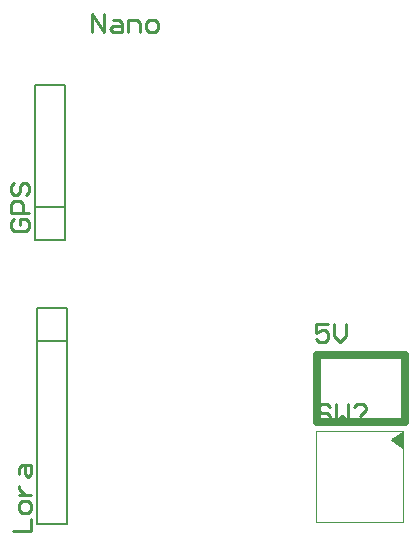
<source format=gto>
G04*
G04 #@! TF.GenerationSoftware,Altium Limited,Altium Designer,21.3.2 (30)*
G04*
G04 Layer_Color=65535*
%FSTAX24Y24*%
%MOIN*%
G70*
G04*
G04 #@! TF.SameCoordinates,E1B680ED-D902-4D1E-8AC8-1ED81694537C*
G04*
G04*
G04 #@! TF.FilePolarity,Positive*
G04*
G01*
G75*
%ADD10C,0.0079*%
%ADD11C,0.0050*%
%ADD12C,0.0030*%
%ADD13C,0.0250*%
%ADD14C,0.0100*%
G36*
X04173Y019978D02*
X04171Y019999D01*
Y020469D01*
X04155Y020398D01*
X04133Y020248D01*
X04173Y019978D01*
D02*
G37*
D10*
X02945Y028D02*
X03045D01*
X02945Y032099D02*
X03045D01*
Y026902D02*
Y032099D01*
X02945Y026902D02*
Y032099D01*
Y026902D02*
X03045D01*
X0305Y017451D02*
Y024648D01*
X0295D02*
X0305D01*
X0295Y017451D02*
Y024648D01*
Y017451D02*
X0305D01*
X0295Y02355D02*
X0305D01*
D11*
X04132Y020259D02*
X041704Y01998D01*
X04132Y020259D02*
X041699Y02048D01*
D12*
X04171Y017508D02*
Y020549D01*
X0388D02*
X04171D01*
X0388Y017508D02*
Y020549D01*
Y017508D02*
X04171D01*
D13*
X041776Y020838D02*
Y02309D01*
X038824Y020838D02*
X041776D01*
X038824D02*
Y02309D01*
X041776D01*
D14*
X02875Y0276D02*
X02865Y0275D01*
Y0273D01*
X02875Y0272D01*
X02915D01*
X02925Y0273D01*
Y0275D01*
X02915Y0276D01*
X02895D01*
Y0274D01*
X02925Y0278D02*
X02865D01*
Y0281D01*
X02875Y0282D01*
X02895D01*
X02905Y0281D01*
Y0278D01*
X02875Y0288D02*
X02865Y0287D01*
Y0285D01*
X02875Y0284D01*
X02885D01*
X02895Y0285D01*
Y0287D01*
X02905Y0288D01*
X02915D01*
X02925Y0287D01*
Y0285D01*
X02915Y0284D01*
X0287Y0172D02*
X0293D01*
Y0176D01*
Y0179D02*
Y0181D01*
X0292Y0182D01*
X029D01*
X0289Y0181D01*
Y0179D01*
X029Y0178D01*
X0292D01*
X0293Y0179D01*
X0289Y0184D02*
X0293D01*
X0291D01*
X029Y0185D01*
X0289Y0186D01*
Y0187D01*
Y0191D02*
Y0193D01*
X029Y0194D01*
X0293D01*
Y0191D01*
X0292Y019D01*
X0291Y0191D01*
Y0194D01*
X03135Y03385D02*
Y03445D01*
X03175Y03385D01*
Y03445D01*
X03205Y03425D02*
X03225D01*
X03235Y03415D01*
Y03385D01*
X03205D01*
X03195Y03395D01*
X03205Y03405D01*
X03235D01*
X03255Y03385D02*
Y03425D01*
X03285D01*
X032949Y03415D01*
Y03385D01*
X033249D02*
X033449D01*
X033549Y03395D01*
Y03415D01*
X033449Y03425D01*
X033249D01*
X033149Y03415D01*
Y03395D01*
X033249Y03385D01*
X03928Y02136D02*
X03918Y02146D01*
X03898D01*
X03888Y02136D01*
Y02126D01*
X03898Y02116D01*
X03918D01*
X03928Y02106D01*
Y02096D01*
X03918Y02086D01*
X03898D01*
X03888Y02096D01*
X03948Y02146D02*
Y02086D01*
X03968Y02106D01*
X03988Y02086D01*
Y02146D01*
X04008Y02136D02*
X04018Y02146D01*
X04038D01*
X040479Y02136D01*
Y02126D01*
X04028Y02106D01*
Y02096D02*
Y02086D01*
X0392Y02411D02*
X0388D01*
Y02381D01*
X039Y02391D01*
X0391D01*
X0392Y02381D01*
Y02361D01*
X0391Y02351D01*
X0389D01*
X0388Y02361D01*
X0394Y02411D02*
Y02371D01*
X0396Y02351D01*
X0398Y02371D01*
Y02411D01*
M02*

</source>
